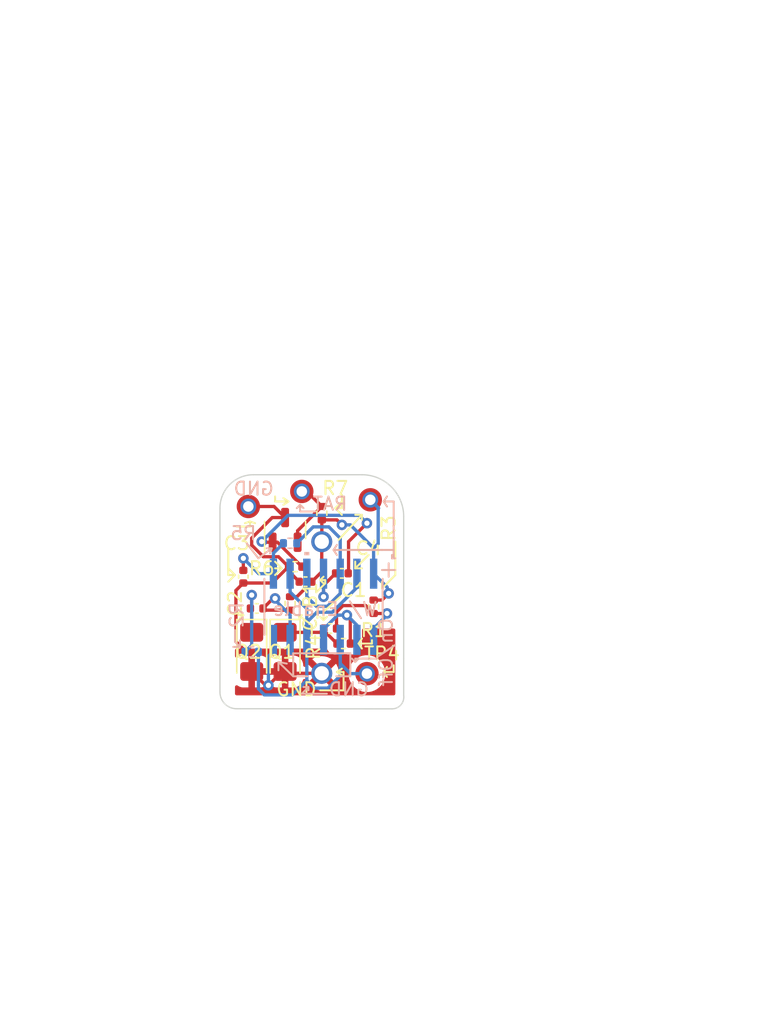
<source format=kicad_pcb>
(kicad_pcb (version 20221018) (generator pcbnew)
  (layers (0 "F.Cu" signal) (31 "B.Cu" signal) (34 "B.Paste" user) (35 "F.Paste" user) (36 "B.SilkS" user "B.Silkscreen") (37 "F.SilkS" user "F.Silkscreen") (38 "B.Mask" user) (39 "F.Mask" user) (44 "Edge.Cuts" user))
  (net 0 "")
  (net 1 "Net-(Q1-C)")
  (net 2 "Net-(C1-Pad2)")
  (net 3 "Net-(C2-Pad2)")
  (net 4 "0")
  (net 5 "Net-(C3-Pad2)")
  (net 6 "Net-(C4-Pad1)")
  (net 7 "Net-(Q3-B)")
  (net 8 "Net-(Q3-C)")
  (net 9 "Net-(R1-Pad1)")
  (net 10 "Net-(R2-Pad2)")
  (net 11 "+3.3V")
  (net 12 "Net-(R5-Pad2)")
  (net 13 "Net-(Q2-C)")
  (footprint "Library:My_Mounting_Hole_V1" (layer "F.Cu") (at 151.384 91.313)
    (fp_text reference "TP3" hide)
    (fp_text value "TestPoint")
    (pad "1" thru_hole circle (at 0 0) (size 1.2 1.2) (drill 0.8) (layers "*.Cu" "*.Mask") (net 4 "0"))
    (pad "1" connect circle (at 0 0) (size 1.2 1.2) (layers "B.Cu" "B.Mask") (net 4 "0"))
    (pad "1" connect circle (at 0 0) (size 1.778 1.778) (layers "F.Cu" "F.Mask") (net 4 "0"))
  )
  (footprint "Library:My_Mounting_Hole_V1" (layer "F.Cu") (at 160.401 104.013)
    (fp_text reference "TP4" (at 1.143 -1.524 180) (layer "F.SilkS"))
    (fp_text value "TestPoint")
    (pad "1" thru_hole circle (at 0 0) (size 1.2 1.2) (drill 0.8) (layers "*.Cu" "*.Mask") (net 10 "Net-(R2-Pad2)"))
    (pad "1" connect circle (at 0 0) (size 1.2 1.2) (layers "B.Cu" "B.Mask") (net 10 "Net-(R2-Pad2)"))
    (pad "1" connect circle (at 0 0) (size 1.778 1.778) (layers "F.Cu" "F.Mask") (net 10 "Net-(R2-Pad2)"))
  )
  (footprint "Package_TO_SOT_SMD:SOT-23" (layer "F.Cu") (at 154.178 93.091 90)
    (fp_text reference "Q3" hide)
    (fp_text value "Q_NPN_BCE")
    (fp_line (start 0 -1.56) (end -1.675 -1.56) (stroke (width 0.12)) (layer "F.SilkS"))
    (fp_line (start 0 -1.56) (end 0.65 -1.56) (stroke (width 0.12)) (layer "F.SilkS"))
    (fp_line (start 0 1.56) (end -0.65 1.56) (stroke (width 0.12)) (layer "F.SilkS"))
    (fp_line (start 0 1.56) (end 0.65 1.56) (stroke (width 0.12)) (layer "F.SilkS"))
    (pad "1" smd roundrect (at -0.9375 -0.95 90) (size 1.475 0.6) (layers "F.Cu" "F.Paste" "F.Mask") (net 7 "Net-(Q3-B)"))
    (pad "2" smd roundrect (at -0.9375 0.95 90) (size 1.475 0.6) (layers "F.Cu" "F.Paste" "F.Mask") (net 8 "Net-(Q3-C)"))
    (pad "3" smd roundrect (at 0.9375 0 90) (size 1.475 0.6) (layers "F.Cu" "F.Paste" "F.Mask") (net 4 "0"))
  )
  (footprint "Diode_SMD:D_1206_3216Metric_Pad1.42x1.75mm_HandSolder" (layer "F.Cu") (at 154.178 102.362 -90)
    (fp_text reference "Q1" (at 0 0.254 -180) (layer "F.SilkS"))
    (fp_text value "Q_Photo_NPN")
    (fp_line (start -2.46 -1.135) (end -2.46 1.135) (stroke (width 0.12)) (layer "F.SilkS"))
    (fp_line (start -2.46 1.135) (end 1.6 1.135) (stroke (width 0.12)) (layer "F.SilkS"))
    (fp_line (start 1.6 -1.135) (end -2.46 -1.135) (stroke (width 0.12)) (layer "F.SilkS"))
    (pad "1" smd roundrect (at -1.4875 0 270) (size 1.425 1.75) (layers "F.Cu" "F.Paste" "F.Mask") (roundrect_rratio 0.1754392982) (net 1 "Net-(Q1-C)"))
    (pad "2" smd roundrect (at 1.4875 0 270) (size 1.425 1.75) (layers "F.Cu" "F.Paste" "F.Mask") (roundrect_rratio 0.1754392982) (net 4 "0"))
  )
  (footprint "Library:My_Mounting_Hole_V1" (layer "F.Cu") (at 155.448 90.17)
    (fp_text reference "TP2" hide)
    (fp_text value "TestPoint")
    (pad "1" thru_hole circle (at 0 0) (size 1.2 1.2) (drill 0.8) (layers "*.Cu" "*.Mask") (net 8 "Net-(Q3-C)"))
    (pad "1" connect circle (at 0 0) (size 1.2 1.2) (layers "B.Cu" "B.Mask") (net 8 "Net-(Q3-C)"))
    (pad "1" connect circle (at 0 0) (size 1.778 1.778) (layers "F.Cu" "F.Mask") (net 8 "Net-(Q3-C)"))
  )
  (footprint "Capacitor_SMD:C_0402_1005Metric" (layer "F.Cu") (at 151.003 96.647 90)
    (fp_text reference "C3" (at 2.54 -0.508 180) (layer "F.SilkS"))
    (fp_text value "1u")
    (fp_line (start -0.107836 -0.36) (end 0.107836 -0.36) (stroke (width 0.12)) (layer "F.SilkS"))
    (fp_line (start -0.107836 0.36) (end 0.107836 0.36) (stroke (width 0.12)) (layer "F.SilkS"))
    (pad "1" smd roundrect (at -0.48 0 90) (size 0.56 0.62) (layers "F.Cu" "F.Paste" "F.Mask") (net 4 "0"))
    (pad "2" smd roundrect (at 0.48 0 90) (size 0.56 0.62) (layers "F.Cu" "F.Paste" "F.Mask") (net 5 "Net-(C3-Pad2)"))
  )
  (footprint "Diode_SMD:D_1206_3216Metric_Pad1.42x1.75mm_HandSolder" (layer "F.Cu") (at 151.638 102.362 -90)
    (fp_text reference "Q2" (at 0 0.254 -180) (layer "F.SilkS"))
    (fp_text value "Q_Photo_NPN")
    (fp_line (start -2.46 -1.135) (end -2.46 1.135) (stroke (width 0.12)) (layer "F.SilkS"))
    (fp_line (start -2.46 1.135) (end 1.6 1.135) (stroke (width 0.12)) (layer "F.SilkS"))
    (fp_line (start 1.6 -1.135) (end -2.46 -1.135) (stroke (width 0.12)) (layer "F.SilkS"))
    (pad "1" smd roundrect (at -1.4875 0 270) (size 1.425 1.75) (layers "F.Cu" "F.Paste" "F.Mask") (roundrect_rratio 0.1754392982) (net 13 "Net-(Q2-C)"))
    (pad "2" smd roundrect (at 1.4875 0 270) (size 1.425 1.75) (layers "F.Cu" "F.Paste" "F.Mask") (roundrect_rratio 0.1754392982) (net 4 "0"))
  )
  (footprint "Capacitor_SMD:C_0402_1005Metric" (layer "F.Cu") (at 158.496 96.393)
    (fp_text reference "C4" (at 2.032 -1.905) (layer "F.SilkS"))
    (fp_text value "10n")
    (fp_line (start -0.107836 -0.36) (end 0.107836 -0.36) (stroke (width 0.12)) (layer "F.SilkS"))
    (fp_line (start -0.107836 0.36) (end 0.107836 0.36) (stroke (width 0.12)) (layer "F.SilkS"))
    (pad "1" smd roundrect (at -0.48 0) (size 0.56 0.62) (layers "F.Cu" "F.Paste" "F.Mask") (net 6 "Net-(C4-Pad1)"))
    (pad "2" smd roundrect (at 0.48 0) (size 0.56 0.62) (layers "F.Cu" "F.Paste" "F.Mask") (net 7 "Net-(Q3-B)"))
  )
  (footprint "Resistor_SMD:R_0402_1005Metric" (layer "F.Cu") (at 154.94 95.885 180)
    (fp_text reference "R6" (at 2.54 -0.127) (layer "F.SilkS"))
    (fp_text value "330k")
    (fp_line (start -0.153641 -0.38) (end 0.153641 -0.38) (stroke (width 0.12)) (layer "F.SilkS"))
    (fp_line (start -0.153641 0.38) (end 0.153641 0.38) (stroke (width 0.12)) (layer "F.SilkS"))
    (pad "1" smd roundrect (at -0.51 0 180) (size 0.54 0.64) (layers "F.Cu" "F.Paste" "F.Mask") (net 7 "Net-(Q3-B)"))
    (pad "2" smd roundrect (at 0.51 0 180) (size 0.54 0.64) (layers "F.Cu" "F.Paste" "F.Mask") (net 4 "0"))
  )
  (footprint "Library:My_Mounting_Hole_V1" (layer "F.Cu") (at 160.655 90.805)
    (fp_text reference "TP1" hide)
    (fp_text value "TestPoint")
    (pad "1" thru_hole circle (at 0 0) (size 1.2 1.2) (drill 0.8) (layers "*.Cu" "*.Mask") (net 11 "+3.3V"))
    (pad "1" connect circle (at 0 0) (size 1.2 1.2) (layers "B.Cu" "B.Mask") (net 11 "+3.3V"))
    (pad "1" connect circle (at 0 0) (size 1.778 1.778) (layers "F.Cu" "F.Mask") (net 11 "+3.3V"))
  )
  (footprint "Resistor_SMD:R_0402_1005Metric" (layer "F.Cu") (at 158.623 101.727 180)
    (fp_text reference "R1" (at -2.286 1.016) (layer "F.SilkS"))
    (fp_text value "82k")
    (fp_line (start -0.153641 -0.38) (end 0.153641 -0.38) (stroke (width 0.12)) (layer "F.SilkS"))
    (fp_line (start -0.153641 0.38) (end 0.153641 0.38) (stroke (width 0.12)) (layer "F.SilkS"))
    (pad "1" smd roundrect (at -0.51 0 180) (size 0.54 0.64) (layers "F.Cu" "F.Paste" "F.Mask") (net 9 "Net-(R1-Pad1)"))
    (pad "2" smd roundrect (at 0.51 0 180) (size 0.54 0.64) (layers "F.Cu" "F.Paste" "F.Mask") (net 1 "Net-(Q1-C)"))
  )
  (footprint "Resistor_SMD:R_0402_1005Metric" (layer "F.Cu") (at 154.559 98.679 -90)
    (fp_text reference "R4" (at 3.302 -1.778 90) (layer "F.SilkS"))
    (fp_text value "2.2M")
    (fp_line (start -0.153641 -0.38) (end 0.153641 -0.38) (stroke (width 0.12)) (layer "F.SilkS"))
    (fp_line (start -0.153641 0.38) (end 0.153641 0.38) (stroke (width 0.12)) (layer "F.SilkS"))
    (pad "1" smd roundrect (at -0.51 0 270) (size 0.54 0.64) (layers "F.Cu" "F.Paste" "F.Mask") (net 11 "+3.3V"))
    (pad "2" smd roundrect (at 0.51 0 270) (size 0.54 0.64) (layers "F.Cu" "F.Paste" "F.Mask") (net 3 "Net-(C2-Pad2)"))
  )
  (footprint "Capacitor_SMD:C_0402_1005Metric" (layer "F.Cu") (at 152.019 99.06)
    (fp_text reference "C2" (at -1.651 -0.381 90) (layer "F.SilkS"))
    (fp_text value "100p")
    (fp_line (start -0.107836 -0.36) (end 0.107836 -0.36) (stroke (width 0.12)) (layer "F.SilkS"))
    (fp_line (start -0.107836 0.36) (end 0.107836 0.36) (stroke (width 0.12)) (layer "F.SilkS"))
    (pad "1" smd roundrect (at -0.48 0) (size 0.56 0.62) (layers "F.Cu" "F.Paste" "F.Mask") (net 13 "Net-(Q2-C)"))
    (pad "2" smd roundrect (at 0.48 0) (size 0.56 0.62) (layers "F.Cu" "F.Paste" "F.Mask") (net 3 "Net-(C2-Pad2)"))
  )
  (footprint "Capacitor_SMD:C_0402_1005Metric" (layer "F.Cu") (at 155.73 97.028 180)
    (fp_text reference "C_B1" (at -0.353 -1.905 90) (layer "F.SilkS"))
    (fp_text value "0.1uF")
    (fp_line (start -0.107836 -0.36) (end 0.107836 -0.36) (stroke (width 0.12)) (layer "F.SilkS"))
    (fp_line (start -0.107836 0.36) (end 0.107836 0.36) (stroke (width 0.12)) (layer "F.SilkS"))
    (pad "1" smd roundrect (at -0.48 0 180) (size 0.56 0.62) (layers "F.Cu" "F.Paste" "F.Mask") (net 11 "+3.3V"))
    (pad "2" smd roundrect (at 0.48 0 180) (size 0.56 0.62) (layers "F.Cu" "F.Paste" "F.Mask") (net 4 "0"))
  )
  (footprint "Resistor_SMD:R_0402_1005Metric" (layer "F.Cu") (at 156.972 91.821 90)
    (fp_text reference "R7" (at 1.905 1.016 180) (layer "F.SilkS"))
    (fp_text value "33k")
    (fp_line (start -0.153641 -0.38) (end 0.153641 -0.38) (stroke (width 0.12)) (layer "F.SilkS"))
    (fp_line (start -0.153641 0.38) (end 0.153641 0.38) (stroke (width 0.12)) (layer "F.SilkS"))
    (pad "1" smd roundrect (at -0.51 0 90) (size 0.54 0.64) (layers "F.Cu" "F.Paste" "F.Mask") (net 11 "+3.3V"))
    (pad "2" smd roundrect (at 0.51 0 90) (size 0.54 0.64) (layers "F.Cu" "F.Paste" "F.Mask") (net 8 "Net-(Q3-C)"))
  )
  (footprint "Capacitor_SMD:C_0402_1005Metric" (layer "F.Cu") (at 157.607 100.584)
    (fp_text reference "C1" (at 1.778 -2.921) (layer "F.SilkS"))
    (fp_text value "100p")
    (fp_line (start -0.107836 -0.36) (end 0.107836 -0.36) (stroke (width 0.12)) (layer "F.SilkS"))
    (fp_line (start -0.107836 0.36) (end 0.107836 0.36) (stroke (width 0.12)) (layer "F.SilkS"))
    (pad "1" smd roundrect (at -0.48 0) (size 0.56 0.62) (layers "F.Cu" "F.Paste" "F.Mask") (net 1 "Net-(Q1-C)"))
    (pad "2" smd roundrect (at 0.48 0) (size 0.56 0.62) (layers "F.Cu" "F.Paste" "F.Mask") (net 2 "Net-(C1-Pad2)"))
  )
  (footprint "Resistor_SMD:R_0402_1005Metric" (layer "F.Cu") (at 160.909 98.933 90)
    (fp_text reference "R3" (at 5.969 1.143 90) (layer "F.SilkS"))
    (fp_text value "2.2M")
    (fp_line (start -0.153641 -0.38) (end 0.153641 -0.38) (stroke (width 0.12)) (layer "F.SilkS"))
    (fp_line (start -0.153641 0.38) (end 0.153641 0.38) (stroke (width 0.12)) (layer "F.SilkS"))
    (pad "1" smd roundrect (at -0.51 0 90) (size 0.54 0.64) (layers "F.Cu" "F.Paste" "F.Mask") (net 2 "Net-(C1-Pad2)"))
    (pad "2" smd roundrect (at 0.51 0 90) (size 0.54 0.64) (layers "F.Cu" "F.Paste" "F.Mask") (net 11 "+3.3V"))
  )
  (footprint "Library:FES_Batt_BR1225A&slash_HBN_PAN" (layer "B.Cu") (at 156.965 93.987595 180)
    (fp_text reference "BT1" hide)
    (fp_text value "Battery_Cell")
    (fp_line (start -2.1717 -10.227005) (end -1.109863 -10.227005) (stroke (width 0.1524)) (layer "B.SilkS"))
    (fp_line (start -2.1717 -8.479827) (end -2.1717 -10.227005) (stroke (width 0.1524)) (layer "B.SilkS"))
    (fp_line (start 1.109863 -10.227005) (end 2.1717 -10.227005) (stroke (width 0.1524)) (layer "B.SilkS"))
    (fp_line (start 2.1717 -10.227005) (end 2.1717 -8.479827) (stroke (width 0.1524)) (layer "B.SilkS"))
    (pad "1" thru_hole circle (at 0 0 180) (size 1.6002 1.6002) (drill 1.0922) (layers "*.Cu" "*.Mask") (net 11 "+3.3V"))
    (pad "2" thru_hole circle (at 0 -10 180) (size 1.6002 1.6002) (drill 1.0922) (layers "*.Cu" "*.Mask") (net 4 "0"))
  )
  (footprint "Library:CD4093" (layer "B.Cu") (at 157.099 98.933 90)
    (fp_text reference "U1" hide)
    (fp_text value "HEF4093B")
    (fp_line (start -2.1209 -4.4958) (end 2.1209 -4.4958) (stroke (width 0.1524)) (layer "B.SilkS"))
    (fp_line (start 2.1209 4.4958) (end -2.1209 4.4958) (stroke (width 0.1524)) (layer "B.SilkS"))
    (fp_poly (pts (xy 4.1656 -1.0795) (xy 4.1656 -1.4605) (xy 3.9116 -1.4605) (xy 3.9116 -1.0795)) (fill solid) (layer "B.SilkS"))
    (pad "1" smd rect (at -2.5146 3.81 90) (size 2.286 0.5588) (layers "B.Cu" "B.Paste" "B.Mask") (net 2 "Net-(C1-Pad2)"))
    (pad "2" smd rect (at -2.5146 2.54 90) (size 2.286 0.5588) (layers "B.Cu" "B.Paste" "B.Mask") (net 9 "Net-(R1-Pad1)"))
    (pad "3" smd rect (at -2.5146 1.27 90) (size 2.286 0.5588) (layers "B.Cu" "B.Paste" "B.Mask") (net 10 "Net-(R2-Pad2)"))
    (pad "4" smd rect (at -2.5146 0 90) (size 2.286 0.5588) (layers "B.Cu" "B.Paste" "B.Mask") (net 9 "Net-(R1-Pad1)"))
    (pad "5" smd rect (at -2.5146 -1.27 90) (size 2.286 0.5588) (layers "B.Cu" "B.Paste" "B.Mask") (net 10 "Net-(R2-Pad2)"))
    (pad "6" smd rect (at -2.5146 -2.54 90) (size 2.286 0.5588) (layers "B.Cu" "B.Paste" "B.Mask") (net 3 "Net-(C2-Pad2)"))
    (pad "7" smd rect (at -2.5146 -3.81 90) (size 2.286 0.5588) (layers "B.Cu" "B.Paste" "B.Mask") (net 4 "0"))
    (pad "8" smd rect (at 2.5146 -3.81 90) (size 2.286 0.5588) (layers "B.Cu" "B.Paste" "B.Mask") (net 5 "Net-(C3-Pad2)"))
    (pad "9" smd rect (at 2.5146 -2.54 90) (size 2.286 0.5588) (layers "B.Cu" "B.Paste" "B.Mask") (net 10 "Net-(R2-Pad2)"))
    (pad "10" smd rect (at 2.5146 -1.27 90) (size 2.286 0.5588) (layers "B.Cu" "B.Paste" "B.Mask") (net 12 "Net-(R5-Pad2)"))
    (pad "11" smd rect (at 2.5146 0 90) (size 2.286 0.5588) (layers "B.Cu" "B.Paste" "B.Mask") (net 6 "Net-(C4-Pad1)"))
    (pad "12" smd rect (at 2.5146 1.27 90) (size 2.286 0.5588) (layers "B.Cu" "B.Paste" "B.Mask") (net 12 "Net-(R5-Pad2)"))
    (pad "13" smd rect (at 2.5146 2.54 90) (size 2.286 0.5588) (layers "B.Cu" "B.Paste" "B.Mask") (net 10 "Net-(R2-Pad2)"))
    (pad "14" smd rect (at 2.5146 3.81 90) (size 2.286 0.5588) (layers "B.Cu" "B.Paste" "B.Mask") (net 11 "+3.3V"))
  )
  (footprint "Resistor_SMD:R_0402_1005Metric" (layer "B.Cu") (at 154.559 94.107)
    (fp_text reference "R5" (at -3.556 -0.762 -360) (layer "B.SilkS") (effects (justify mirror)))
    (fp_text value "180k")
    (fp_line (start -0.153641 -0.38) (end 0.153641 -0.38) (stroke (width 0.12)) (layer "B.SilkS"))
    (fp_line (start -0.153641 0.38) (end 0.153641 0.38) (stroke (width 0.12)) (layer "B.SilkS"))
    (pad "1" smd roundrect (at -0.51 0) (size 0.54 0.64) (layers "B.Cu" "B.Paste" "B.Mask") (net 5 "Net-(C3-Pad2)"))
    (pad "2" smd roundrect (at 0.51 0) (size 0.54 0.64) (layers "B.Cu" "B.Paste" "B.Mask") (net 12 "Net-(R5-Pad2)"))
  )
  (footprint "Resistor_SMD:R_0402_1005Metric" (layer "B.Cu") (at 151.638 102.362)
    (fp_text reference "R2" (at -1.143 -2.794 90) (layer "B.SilkS") (effects (justify mirror)))
    (fp_text value "82k")
    (fp_line (start -0.153641 -0.38) (end 0.153641 -0.38) (stroke (width 0.12)) (layer "B.SilkS"))
    (fp_line (start -0.153641 0.38) (end 0.153641 0.38) (stroke (width 0.12)) (layer "B.SilkS"))
    (pad "1" smd roundrect (at -0.51 0) (size 0.54 0.64) (layers "B.Cu" "B.Paste" "B.Mask") (net 13 "Net-(Q2-C)"))
    (pad "2" smd roundrect (at 0.51 0) (size 0.54 0.64) (layers "B.Cu" "B.Paste" "B.Mask") (net 10 "Net-(R2-Pad2)"))
  )
  (gr_line (start 154.7933 104.2146) (end 153.67 103.124) (stroke (width 0.15)) (layer "B.SilkS"))
  (gr_line (start 155.321 91.44) (end 155.321 91.694) (stroke (width 0.15)) (layer "B.SilkS"))
  (gr_line (start 155.321 91.186) (end 155.575 91.44) (stroke (width 0.15)) (layer "B.SilkS"))
  (gr_line (start 157.861 94.615) (end 161.544 94.615) (stroke (width 0.15)) (layer "B.SilkS"))
  (gr_line (start 161.544 96.139) (end 162.56 96.139) (stroke (width 0.15)) (layer "B.SilkS"))
  (gr_line (start 153.162 94.488) (end 153.035 94.869) (stroke (width 0.15)) (layer "B.SilkS"))
  (gr_line (start 162.433 94.615) (end 162.433 95.123) (stroke (width 0.15)) (layer "B.SilkS"))
  (gr_line (start 157.861 94.615) (end 158.115 94.996) (stroke (width 0.15)) (layer "B.SilkS"))
  (gr_line (start 150.749 101.981) (end 150.749 101.473) (stroke (width 0.15)) (layer "B.SilkS"))
  (gr_line (start 162.433 95.123) (end 162.306 95.25) (stroke (width 0.15)) (layer "B.SilkS"))
  (gr_line (start 159.512 102.997) (end 159.512 103.124) (stroke (width 0.15)) (layer "B.SilkS"))
  (gr_line (start 162.433 90.932) (end 161.671 90.932) (stroke (width 0.15)) (layer "B.SilkS"))
  (gr_line (start 150.368 101.6) (end 150.749 101.981) (stroke (width 0.15)) (layer "B.SilkS"))
  (gr_line (start 151.257 94.107) (end 152.146 95.25) (stroke (width 0.15)) (layer "B.SilkS"))
  (gr_line (start 155.321 91.44) (end 155.321 91.186) (stroke (width 0.15)) (layer "B.SilkS"))
  (gr_line (start 157.861 94.615) (end 158.115 94.234) (stroke (width 0.15)) (layer "B.SilkS"))
  (gr_line (start 155.448 105.537) (end 155.956 105.029) (stroke (width 0.15)) (layer "B.SilkS"))
  (gr_line (start 155.956 105.029) (end 155.575 105.029) (stroke (width 0.15)) (layer "B.SilkS"))
  (gr_line (start 153.67 103.124) (end 154.305 103.251) (stroke (width 0.15)) (layer "B.SilkS"))
  (gr_line (start 162.306 95.25) (end 162.306 94.996) (stroke (width 0.15)) (layer "B.SilkS"))
  (gr_line (start 162.433 94.615) (end 162.433 90.932) (stroke (width 0.15)) (layer "B.SilkS"))
  (gr_line (start 161.544 94.615) (end 162.433 94.615) (stroke (width 0.15)) (layer "B.SilkS"))
  (gr_line (start 155.321 91.694) (end 156.464 91.694) (stroke (width 0.15)) (layer "B.SilkS"))
  (gr_line (start 161.671 90.932) (end 161.925 91.313) (stroke (width 0.15)) (layer "B.SilkS"))
  (gr_line (start 157.353 105.537) (end 155.448 105.537) (stroke (width 0.15)) (layer "B.SilkS"))
  (gr_line (start 162.052 95.631) (end 162.052 96.647) (stroke (width 0.15)) (layer "B.SilkS"))
  (gr_line (start 152.146 95.25) (end 153.162 94.488) (stroke (width 0.15)) (layer "B.SilkS"))
  (gr_line (start 159.512 103.124) (end 159.766 102.87) (stroke (width 0.15)) (layer "B.SilkS"))
  (gr_line (start 150.368 100.711) (end 150.368 101.6) (stroke (width 0.15)) (layer "B.SilkS"))
  (gr_line (start 162.306 95.25) (end 162.56 95.25) (stroke (width 0.15)) (layer "B.SilkS"))
  (gr_line (start 159.512 102.87) (end 161.163 102.87) (stroke (width 0.15)) (layer "B.SilkS"))
  (gr_line (start 159.512 103.124) (end 159.258 102.87) (stroke (width 0.15)) (layer "B.SilkS"))
  (gr_line (start 153.67 103.124) (end 153.67 103.759) (stroke (width 0.15)) (layer "B.SilkS"))
  (gr_line (start 154.7933 102.467422) (end 159.1367 102.467422) (stroke (width 0.15)) (layer "B.SilkS"))
  (gr_line (start 150.749 101.981) (end 150.241 101.981) (stroke (width 0.15)) (layer "B.SilkS"))
  (gr_line (start 161.671 90.932) (end 161.925 90.551) (stroke (width 0.15)) (layer "B.SilkS"))
  (gr_line (start 155.956 105.029) (end 155.956 105.283) (stroke (width 0.15)) (layer "B.SilkS"))
  (gr_line (start 155.321 91.186) (end 155.067 91.44) (stroke (width 0.15)) (layer "B.SilkS"))
  (gr_line (start 153.162 94.488) (end 152.781 94.488) (stroke (width 0.15)) (layer "B.SilkS"))
  (gr_line (start 159.512 102.997) (end 159.512 102.87) (stroke (width 0.15)) (layer "B.SilkS"))
  (gr_line (start 156.21 101.092) (end 156.21 100.33) (stroke (width 0.15)) (layer "F.SilkS"))
  (gr_line (start 156.21 100.33) (end 155.194 99.568) (stroke (width 0.15)) (layer "F.SilkS"))
  (gr_line (start 150.622 99.568) (end 151.003 99.568) (stroke (width 0.15)) (layer "F.SilkS"))
  (gr_line (start 153.416 90.551) (end 153.416 90.932) (stroke (width 0.15)) (layer "F.SilkS"))
  (gr_line (start 157.099 99.949) (end 156.845 99.695) (stroke (width 0.15)) (layer "F.SilkS"))
  (gr_line (start 158.242 93.853) (end 160.02 91.948) (stroke (width 0.15)) (layer "F.SilkS"))
  (gr_line (start 159.512 96.012) (end 159.512 95.504) (stroke (width 0.15)) (layer "F.SilkS"))
  (gr_line (start 160.782 101.473) (end 160.782 101.727) (stroke (width 0.15)) (layer "F.SilkS"))
  (gr_line (start 151.511 92.837) (end 151.511 92.456) (stroke (width 0.15)) (layer "F.SilkS"))
  (gr_line (start 157.226 97.155) (end 157.226 96.901) (stroke (width 0.15)) (layer "F.SilkS"))
  (gr_line (start 162.56 93.98) (end 162.56 96.52) (stroke (width 0.15)) (layer "F.SilkS"))
  (gr_line (start 158.496 90.424) (end 158.496 91.44) (stroke (width 0.15)) (layer "F.SilkS"))
  (gr_line (start 151.003 99.568) (end 150.749 99.822) (stroke (width 0.15)) (layer "F.SilkS"))
  (gr_line (start 158.115 103.886) (end 158.496 104.14) (stroke (width 0.15)) (layer "F.SilkS"))
  (gr_line (start 156.845 96.901) (end 157.099 96.647) (stroke (width 0.15)) (layer "F.SilkS"))
  (gr_line (start 157.988 91.44) (end 158.496 90.932) (stroke (width 0.15)) (layer "F.SilkS"))
  (gr_line (start 153.924 96.012) (end 153.416 96.52) (stroke (width 0.15)) (layer "F.SilkS"))
  (gr_line (start 161.671 103.886) (end 161.925 104.267) (stroke (width 0.15)) (layer "F.SilkS"))
  (gr_line (start 150.495 92.837) (end 151.511 92.837) (stroke (width 0.15)) (layer "F.SilkS"))
  (gr_line (start 151.003 99.568) (end 150.749 99.314) (stroke (width 0.15)) (layer "F.SilkS"))
  (gr_line (start 158.623 105.283) (end 158.623 103.886) (stroke (width 0.15)) (layer "F.SilkS"))
  (gr_line (start 158.115 103.886) (end 158.496 103.632) (stroke (width 0.15)) (layer "F.SilkS"))
  (gr_line (start 155.194 99.568) (end 155.313 99.902) (stroke (width 0.15)) (layer "F.SilkS"))
  (gr_line (start 150.368 96.52) (end 149.86 96.012) (stroke (width 0.15)) (layer "F.SilkS"))
  (gr_line (start 162.433 103.886) (end 161.671 103.886) (stroke (width 0.15)) (layer "F.SilkS"))
  (gr_line (start 162.56 96.52) (end 161.544 97.536) (stroke (width 0.15)) (layer "F.SilkS"))
  (gr_line (start 159.766 101.727) (end 160.02 102.108) (stroke (width 0.15)) (layer "F.SilkS"))
  (gr_line (start 159.512 96.012) (end 160.02 96.012) (stroke (width 0.15)) (layer "F.SilkS"))
  (gr_line (start 158.496 91.44) (end 157.988 91.44) (stroke (width 0.15)) (layer "F.SilkS"))
  (gr_line (start 153.924 96.012) (end 153.416 95.504) (stroke (width 0.15)) (layer "F.SilkS"))
  (gr_line (start 160.02 91.948) (end 160.02 92.329) (stroke (width 0.15)) (layer "F.SilkS"))
  (gr_line (start 161.671 103.886) (end 161.925 103.505) (stroke (width 0.15)) (layer "F.SilkS"))
  (gr_line (start 158.623 103.886) (end 158.115 103.886) (stroke (width 0.15)) (layer "F.SilkS"))
  (gr_line (start 155.194 99.568) (end 155.448 99.568) (stroke (width 0.15)) (layer "F.SilkS"))
  (gr_line (start 160.782 101.727) (end 159.766 101.727) (stroke (width 0.15)) (layer "F.SilkS"))
  (gr_line (start 156.845 105.283) (end 158.623 105.283) (stroke (width 0.15)) (layer "F.SilkS"))
  (gr_line (start 160.02 91.948) (end 159.512 91.948) (stroke (width 0.15)) (layer "F.SilkS"))
  (gr_line (start 151.511 92.456) (end 151.892 92.583) (stroke (width 0.15)) (layer "F.SilkS"))
  (gr_line (start 159.766 101.727) (end 160.02 101.346) (stroke (width 0.15)) (layer "F.SilkS"))
  (gr_line (start 156.845 96.901) (end 157.099 97.155) (stroke (width 0.15)) (layer "F.SilkS"))
  (gr_line (start 162.433 103.378) (end 162.433 103.886) (stroke (width 0.15)) (layer "F.SilkS"))
  (gr_line (start 153.416 96.012) (end 153.924 96.012) (stroke (width 0.15)) (layer "F.SilkS"))
  (gr_line (start 157.099 99.314) (end 157.099 99.949) (stroke (width 0.15)) (layer "F.SilkS"))
  (gr_line (start 157.226 96.901) (end 156.845 96.901) (stroke (width 0.15)) (layer "F.SilkS"))
  (gr_line (start 156.591 97.79) (end 157.226 97.155) (stroke (width 0.15)) (layer "F.SilkS"))
  (gr_line (start 154.432 90.932) (end 154.051 90.678) (stroke (width 0.15)) (layer "F.SilkS"))
  (gr_line (start 150.368 96.52) (end 149.86 97.028) (stroke (width 0.15)) (layer "F.SilkS"))
  (gr_line (start 161.544 97.536) (end 161.544 97.028) (stroke (width 0.15)) (layer "F.SilkS"))
  (gr_line (start 149.86 96.52) (end 150.368 96.52) (stroke (width 0.15)) (layer "F.SilkS"))
  (gr_line (start 149.86 94.488) (end 149.86 96.52) (stroke (width 0.15)) (layer "F.SilkS"))
  (gr_line (start 153.416 90.932) (end 154.432 90.932) (stroke (width 0.15)) (layer "F.SilkS"))
  (gr_line (start 158.369 98.171) (end 157.099 99.314) (stroke (width 0.15)) (layer "F.SilkS"))
  (gr_line (start 154.432 90.932) (end 154.051 91.186) (stroke (width 0.15)) (layer "F.SilkS"))
  (gr_line (start 157.099 99.949) (end 157.353 99.695) (stroke (width 0.15)) (layer "F.SilkS"))
  (gr_line (start 160.528 94.996) (end 159.512 96.012) (stroke (width 0.15)) (layer "F.SilkS"))
  (gr_line (start 157.988 91.44) (end 158.496 91.948) (stroke (width 0.15)) (layer "F.SilkS"))
  (gr_line (start 151.511 92.456) (end 151.13 92.583) (stroke (width 0.15)) (layer "F.SilkS"))
  (gr_line (start 163.195 92.075) (end 163.195 102.87) (stroke (width 0.1)) (layer "Edge.Cuts"))
  (gr_arc (start 150.495 106.68) (mid 149.596974 106.308026) (end 149.225 105.41) (stroke (width 0.1)) (layer "Edge.Cuts"))
  (gr_line (start 162.306 106.689025) (end 150.495 106.68) (stroke (width 0.1)) (layer "Edge.Cuts"))
  (gr_arc (start 163.194999 105.664) (mid 162.984416 106.379387) (end 162.306 106.689025) (stroke (width 0.1)) (layer "Edge.Cuts"))
  (gr_line (start 163.195 102.87) (end 163.194999 105.664) (stroke (width 0.1)) (layer "Edge.Cuts"))
  (gr_arc (start 160.02 88.9) (mid 162.265064 89.829936) (end 163.195 92.075) (stroke (width 0.1)) (layer "Edge.Cuts"))
  (gr_line (start 149.225 105.41) (end 149.225 102.87) (stroke (width 0.1)) (layer "Edge.Cuts"))
  (gr_line (start 160.02 88.9) (end 151.765 88.9) (stroke (width 0.1)) (layer "Edge.Cuts"))
  (gr_line (start 149.225 91.44) (end 149.225 102.87) (stroke (width 0.1)) (layer "Edge.Cuts"))
  (gr_arc (start 149.225 91.44) (mid 149.968949 89.643949) (end 151.765 88.9) (stroke (width 0.1)) (layer "Edge.Cuts"))
  (gr_text "W/ Enable" (at 161.29 99.695) (layer "B.SilkS") (effects (font (size 1 1)) (justify left bottom mirror)))
  (gr_text "GND" (at 160.655 105.791) (layer "B.SilkS") (effects (font (size 1 1)) (justify left bottom mirror)))
  (gr_text "RAT" (at 159.004 91.694) (layer "B.SilkS") (effects (font (size 1 1)) (justify left bottom mirror)))
  (gr_text "On/Off" (at 162.433 99.695 90) (layer "B.SilkS") (effects (font (size 1 1)) (justify left bottom mirror)))
  (gr_text "GND" (at 153.416 90.551) (layer "B.SilkS") (effects (font (size 1 1)) (justify left bottom mirror)))
  (gr_text "GND" (at 153.416 105.791) (layer "F.SilkS") (effects (font (size 1 1)) (justify left bottom)))
  (segment (start 154.178 100.8745) (end 156.8365 100.8745) (width 0.25) (layer "F.Cu") (net 1))
  (segment (start 156.8365 100.8745) (end 157.127 100.584) (width 0.25) (layer "F.Cu") (net 1))
  (segment (start 158.113 101.727) (end 157.127 100.741) (width 0.25) (layer "F.Cu") (net 1))
  (segment (start 157.127 100.741) (end 157.127 100.584) (width 0.25) (layer "F.Cu") (net 1))
  (segment (start 158.576695 98.843) (end 160.309 98.843) (width 0.25) (layer "F.Cu") (net 2))
  (segment (start 160.909 99.443) (end 161.923 99.443) (width 0.25) (layer "F.Cu") (net 2))
  (segment (start 158.087 99.332695) (end 158.576695 98.843) (width 0.25) (layer "F.Cu") (net 2))
  (segment (start 160.309 98.843) (end 160.909 99.443) (width 0.25) (layer "F.Cu") (net 2))
  (segment (start 158.087 100.584) (end 158.087 99.332695) (width 0.25) (layer "F.Cu") (net 2))
  (segment (start 161.923 99.443) (end 161.925 99.441) (width 0.25) (layer "F.Cu") (net 2))
  (via (at 161.925 99.441) (size 0.8) (drill 0.4) (layers "F.Cu" "B.Cu") (net 2))
  (segment (start 161.925 99.568) (end 161.925 99.441) (width 0.25) (layer "B.Cu") (net 2))
  (segment (start 160.909 100.584) (end 161.925 99.568) (width 0.25) (layer "B.Cu") (net 2))
  (segment (start 161.925 99.441) (end 162.052 99.441) (width 0.25) (layer "B.Cu") (net 2))
  (segment (start 162.052 99.441) (end 162.052 99.441) (width 0.25) (layer "B.Cu") (net 2))
  (segment (start 160.909 101.4476) (end 160.909 100.584) (width 0.25) (layer "B.Cu") (net 2))
  (segment (start 153.416 98.298) (end 153.261 98.298) (width 0.25) (layer "F.Cu") (net 3))
  (segment (start 152.628 99.189) (end 152.499 99.06) (width 0.25) (layer "F.Cu") (net 3))
  (segment (start 153.261 98.298) (end 152.499 99.06) (width 0.25) (layer "F.Cu") (net 3))
  (segment (start 154.559 99.189) (end 152.628 99.189) (width 0.25) (layer "F.Cu") (net 3))
  (via (at 153.416 98.298) (size 0.8) (drill 0.4) (layers "F.Cu" "B.Cu") (net 3))
  (segment (start 153.289 98.298) (end 153.289 98.298) (width 0.25) (layer "B.Cu") (net 3))
  (segment (start 154.559 99.568) (end 153.416 98.425) (width 0.25) (layer "B.Cu") (net 3))
  (segment (start 154.559 101.4476) (end 154.559 99.568) (width 0.25) (layer "B.Cu") (net 3))
  (segment (start 153.416 98.425) (end 153.416 98.298) (width 0.25) (layer "B.Cu") (net 3))
  (segment (start 153.416 98.298) (end 153.289 98.298) (width 0.25) (layer "B.Cu") (net 3))
  (segment (start 151.638 94.243305) (end 151.638 93.716695) (width 0.25) (layer "F.Cu") (net 4))
  (segment (start 151.384 91.313) (end 153.3375 91.313) (width 0.25) (layer "F.Cu") (net 4))
  (segment (start 152.6905 104.902) (end 151.638 103.8495) (width 0.25) (layer "F.Cu") (net 4))
  (segment (start 153.201195 92.1535) (end 154.178 92.1535) (width 0.25) (layer "F.Cu") (net 4))
  (segment (start 150.438 97.692) (end 150.438 101.575172) (width 0.25) (layer "F.Cu") (net 4))
  (segment (start 153.675305 95.130305) (end 154.43 95.885) (width 0.25) (layer "F.Cu") (net 4))
  (segment (start 152.525 95.130305) (end 153.675305 95.130305) (width 0.25) (layer "F.Cu") (net 4))
  (segment (start 151.638 102.775172) (end 151.638 103.8495) (width 0.25) (layer "F.Cu") (net 4))
  (segment (start 151.003 97.127) (end 150.438 97.692) (width 0.25) (layer "F.Cu") (net 4))
  (segment (start 154.178 103.8495) (end 153.9605 103.8495) (width 0.25) (layer "F.Cu") (net 4))
  (segment (start 153.3375 91.313) (end 154.178 92.1535) (width 0.25) (layer "F.Cu") (net 4))
  (segment (start 152.525 95.130305) (end 151.638 94.243305) (width 0.25) (layer "F.Cu") (net 4))
  (segment (start 154.316095 103.987595) (end 156.965 103.987595) (width 0.25) (layer "F.Cu") (net 4))
  (segment (start 154.43 95.885) (end 153.188 97.127) (width 0.25) (layer "F.Cu") (net 4))
  (segment (start 150.438 101.575172) (end 151.638 102.775172) (width 0.25) (layer "F.Cu") (net 4))
  (segment (start 154.43 95.885) (end 154.43 96.208) (width 0.25) (layer "F.Cu") (net 4))
  (segment (start 151.638 93.716695) (end 153.201195 92.1535) (width 0.25) (layer "F.Cu") (net 4))
  (segment (start 154.178 103.8495) (end 154.316095 103.987595) (width 0.25) (layer "F.Cu") (net 4))
  (segment (start 153.188 97.127) (end 151.003 97.127) (width 0.25) (layer "F.Cu") (net 4))
  (segment (start 152.908 104.902) (end 152.6905 104.902) (width 0.25) (layer "F.Cu") (net 4))
  (segment (start 154.43 96.208) (end 155.25 97.028) (width 0.25) (layer "F.Cu") (net 4))
  (segment (start 153.9605 103.8495) (end 152.908 104.902) (width 0.25) (layer "F.Cu") (net 4))
  (via (at 152.908 104.902) (size 0.8) (drill 0.4) (layers "F.Cu" "B.Cu") (net 4))
  (segment (start 153.289 101.4476) (end 153.289 102.3112) (width 0.25) (layer "B.Cu") (net 4))
  (segment (start 153.289 102.3112) (end 152.908 102.6922) (width 0.25) (layer "B.Cu") (net 4))
  (segment (start 152.908 102.6922) (end 152.908 104.902) (width 0.25) (layer "B.Cu") (net 4))
  (segment (start 152.908 104.902) (end 152.908 105.029) (width 0.25) (layer "B.Cu") (net 4))
  (segment (start 151.003 96.167) (end 151.003 95.25) (width 0.25) (layer "F.Cu") (net 5))
  (via (at 151.003 95.25) (size 0.8) (drill 0.4) (layers "F.Cu" "B.Cu") (net 5))
  (segment (start 153.289 94.867) (end 153.289 96.4184) (width 0.25) (layer "B.Cu") (net 5))
  (segment (start 152.1714 96.4184) (end 153.289 96.4184) (width 0.25) (layer "B.Cu") (net 5))
  (segment (start 154.049 94.107) (end 153.289 94.867) (width 0.25) (layer "B.Cu") (net 5))
  (segment (start 151.003 95.25) (end 152.1714 96.4184) (width 0.25) (layer "B.Cu") (net 5))
  (segment (start 157.099 98.171) (end 157.099 98.298) (width 0.25) (layer "F.Cu") (net 6))
  (segment (start 157.099 98.171) (end 157.099 97.31) (width 0.25) (layer "F.Cu") (net 6))
  (segment (start 157.099 97.31) (end 158.016 96.393) (width 0.25) (layer "F.Cu") (net 6))
  (via (at 157.099 98.171) (size 0.8) (drill 0.4) (layers "F.Cu" "B.Cu") (net 6))
  (segment (start 157.099 98.171) (end 157.099 96.4184) (width 0.25) (layer "B.Cu") (net 6))
  (segment (start 158.976 96.393) (end 158.976 96.385391) (width 0.25) (layer "F.Cu") (net 7))
  (segment (start 155.45 95.885) (end 153.5935 94.0285) (width 0.25) (layer "F.Cu") (net 7))
  (segment (start 160.401 92.583) (end 159.004 93.98) (width 0.25) (layer "F.Cu") (net 7))
  (segment (start 153.228 94.0285) (end 152.527 94.0285) (width 0.25) (layer "F.Cu") (net 7))
  (segment (start 159.004 96.357391) (end 159.004 93.98) (width 0.25) (layer "F.Cu") (net 7))
  (segment (start 152.527 94.0285) (end 152.4 93.98) (width 0.25) (layer "F.Cu") (net 7))
  (segment (start 152.43 94.0285) (end 152.4785 94.0285) (width 0.25) (layer "F.Cu") (net 7))
  (segment (start 153.5935 94.0285) (end 153.228 94.0285) (width 0.25) (layer "F.Cu") (net 7))
  (segment (start 158.976 96.385391) (end 159.004 96.357391) (width 0.25) (layer "F.Cu") (net 7))
  (segment (start 152.4 93.98) (end 152.43 94.0285) (width 0.25) (layer "F.Cu") (net 7))
  (via (at 152.4 93.98) (size 0.8) (drill 0.4) (layers "F.Cu" "B.Cu") (net 7))
  (via (at 160.401 92.583) (size 0.8) (drill 0.4) (layers "F.Cu" "B.Cu") (net 7))
  (segment (start 152.4 93.98) (end 154.395 91.985) (width 0.25) (layer "B.Cu") (net 7))
  (segment (start 159.422 91.985) (end 159.803 91.985) (width 0.25) (layer "B.Cu") (net 7))
  (segment (start 154.395 91.985) (end 159.422 91.985) (width 0.25) (layer "B.Cu") (net 7))
  (segment (start 159.803 91.985) (end 160.401 92.583) (width 0.25) (layer "B.Cu") (net 7))
  (segment (start 155.831 90.17) (end 156.972 91.311) (width 0.25) (layer "F.Cu") (net 8))
  (segment (start 155.448 90.17) (end 155.831 90.17) (width 0.25) (layer "F.Cu") (net 8))
  (segment (start 156.972 91.311) (end 155.128 93.155) (width 0.25) (layer "F.Cu") (net 8))
  (segment (start 155.128 93.155) (end 155.128 94.0285) (width 0.25) (layer "F.Cu") (net 8))
  (segment (start 159.133 99.824) (end 158.877 99.568) (width 0.25) (layer "F.Cu") (net 9))
  (segment (start 159.133 101.727) (end 159.133 99.824) (width 0.25) (layer "F.Cu") (net 9))
  (via (at 158.877 99.568) (size 0.8) (drill 0.4) (layers "F.Cu" "B.Cu") (net 9))
  (segment (start 159.639 101.4476) (end 159.639 100.33) (width 0.25) (layer "B.Cu") (net 9))
  (segment (start 157.099 100.6452) (end 158.1762 99.568) (width 0.25) (layer "B.Cu") (net 9))
  (segment (start 157.099 101.4476) (end 157.099 100.6452) (width 0.25) (layer "B.Cu") (net 9))
  (segment (start 159.639 100.33) (end 158.877 99.568) (width 0.25) (layer "B.Cu") (net 9))
  (segment (start 158.1762 99.568) (end 158.877 99.568) (width 0.25) (layer "B.Cu") (net 9))
  (segment (start 158.369 104.174727) (end 157.431032 105.112695) (width 0.25) (layer "B.Cu") (net 10))
  (segment (start 156.591 99.346) (end 157.761804 99.346) (width 0.25) (layer "B.Cu") (net 10))
  (segment (start 152.607695 105.627) (end 154.723 105.627) (width 0.25) (layer "B.Cu") (net 10))
  (segment (start 154.723 105.627) (end 155.829 104.521) (width 0.25) (layer "B.Cu") (net 10))
  (segment (start 152.148 102.362) (end 152.148 105.167305) (width 0.25) (layer "B.Cu") (net 10))
  (segment (start 154.559 97.8114) (end 154.559 96.4184) (width 0.25) (layer "B.Cu") (net 10))
  (segment (start 154.559 97.8114) (end 155.829 99.0814) (width 0.25) (layer "B.Cu") (net 10))
  (segment (start 158.369 101.4476) (end 158.369 104.174727) (width 0.25) (layer "B.Cu") (net 10))
  (segment (start 155.829 99.0814) (end 155.829 101.4476) (width 0.25) (layer "B.Cu") (net 10))
  (segment (start 157.761804 99.346) (end 159.639 97.468804) (width 0.25) (layer "B.Cu") (net 10))
  (segment (start 157.431032 105.112695) (end 156.420695 105.112695) (width 0.25) (layer "B.Cu") (net 10))
  (segment (start 155.829 104.521) (end 155.829 101.4476) (width 0.25) (layer "B.Cu") (net 10))
  (segment (start 159.143765 104.013) (end 158.369 103.238235) (width 0.25) (layer "B.Cu") (net 10))
  (segment (start 155.829 100.108) (end 156.591 99.346) (width 0.25) (layer "B.Cu") (net 10))
  (segment (start 159.639 97.468804) (end 159.639 96.4184) (width 0.25) (layer "B.Cu") (net 10))
  (segment (start 158.369 103.238235) (end 158.369 101.4476) (width 0.25) (layer "B.Cu") (net 10))
  (segment (start 160.401 104.013) (end 159.143765 104.013) (width 0.25) (layer "B.Cu") (net 10))
  (segment (start 155.829 101.4476) (end 155.829 100.108) (width 0.25) (layer "B.Cu") (net 10))
  (segment (start 152.148 105.167305) (end 152.607695 105.627) (width 0.25) (layer "B.Cu") (net 10))
  (segment (start 156.420695 105.112695) (end 155.829 104.521) (width 0.25) (layer "B.Cu") (net 10))
  (segment (start 160.909 98.423) (end 161.546 98.423) (width 0.25) (layer "F.Cu") (net 11))
  (segment (start 156.972 93.980595) (end 156.965 93.987595) (width 0.25) (layer "F.Cu") (net 11))
  (segment (start 156.21 97.035609) (end 156.21 97.028) (width 0.25) (layer "F.Cu") (net 11))
  (segment (start 156.965 96.273) (end 156.21 97.028) (width 0.25) (layer "F.Cu") (net 11))
  (segment (start 161.546 98.423) (end 162.052 97.917) (width 0.25) (layer "F.Cu") (net 11))
  (segment (start 158.117 92.331) (end 158.496 92.71) (width 0.25) (layer "F.Cu") (net 11))
  (segment (start 156.972 92.331) (end 156.972 93.980595) (width 0.25) (layer "F.Cu") (net 11))
  (segment (start 156.965 93.987595) (end 156.965 96.273) (width 0.25) (layer "F.Cu") (net 11))
  (segment (start 154.559 98.169) (end 155.076609 98.169) (width 0.25) (layer "F.Cu") (net 11))
  (segment (start 154.559 98.169) (end 154.559 98.072) (width 0.25) (layer "F.Cu") (net 11))
  (segment (start 155.076609 98.169) (end 156.21 97.035609) (width 0.25) (layer "F.Cu") (net 11))
  (segment (start 156.972 92.331) (end 158.117 92.331) (width 0.25) (layer "F.Cu") (net 11))
  (via (at 158.496 92.71) (size 0.8) (drill 0.4) (layers "F.Cu" "B.Cu") (net 11))
  (via (at 162.052 97.917) (size 0.8) (drill 0.4) (layers "F.Cu" "B.Cu") (net 11))
  (segment (start 160.909 94.478695) (end 161.255 94.132695) (width 0.25) (layer "B.Cu") (net 11))
  (segment (start 161.925 97.4344) (end 162.052 97.917) (width 0.25) (layer "B.Cu") (net 11))
  (segment (start 159.140305 92.71) (end 158.496 92.71) (width 0.25) (layer "B.Cu") (net 11))
  (segment (start 161.255 94.132695) (end 161.255 91.405) (width 0.25) (layer "B.Cu") (net 11))
  (segment (start 160.909 96.4184) (end 160.909 94.478695) (width 0.25) (layer "B.Cu") (net 11))
  (segment (start 160.909 96.4184) (end 161.925 97.4344) (width 0.25) (layer "B.Cu") (net 11))
  (segment (start 160.909 94.478695) (end 159.140305 92.71) (width 0.25) (layer "B.Cu") (net 11))
  (segment (start 156.965 93.987595) (end 156.329405 93.987595) (width 0.25) (layer "B.Cu") (net 11))
  (segment (start 162.052 97.917) (end 161.925 97.917) (width 0.25) (layer "B.Cu") (net 11))
  (segment (start 161.255 91.405) (end 160.655 90.805) (width 0.25) (layer "B.Cu") (net 11))
  (segment (start 161.29 91.44) (end 160.655 90.805) (width 0.25) (layer "B.Cu") (net 11))
  (segment (start 157.505495 92.862495) (end 158.369 93.726) (width 0.25) (layer "B.Cu") (net 12))
  (segment (start 155.069 94.107) (end 156.313505 92.862495) (width 0.25) (layer "B.Cu") (net 12))
  (segment (start 156.313505 92.862495) (end 157.505495 92.862495) (width 0.25) (layer "B.Cu") (net 12))
  (segment (start 158.369 96.4184) (end 158.369 97.926305) (width 0.25) (layer "B.Cu") (net 12))
  (segment (start 158.369 93.726) (end 158.369 96.4184) (width 0.25) (layer "B.Cu") (net 12))
  (segment (start 155.829 98.171) (end 155.829 96.4184) (width 0.25) (layer "B.Cu") (net 12))
  (segment (start 157.399305 98.896) (end 156.554 98.896) (width 0.25) (layer "B.Cu") (net 12))
  (segment (start 158.369 97.926305) (end 157.399305 98.896) (width 0.25) (layer "B.Cu") (net 12))
  (segment (start 156.554 98.896) (end 155.829 98.171) (width 0.25) (layer "B.Cu") (net 12))
  (segment (start 151.638 99.159) (end 151.539 99.06) (width 0.25) (layer "F.Cu") (net 13))
  (segment (start 151.638 98.961) (end 151.539 99.06) (width 0.25) (layer "F.Cu") (net 13))
  (segment (start 151.638 98.044) (end 151.638 98.961) (width 0.25) (layer "F.Cu") (net 13))
  (segment (start 151.638 100.8745) (end 151.638 99.159) (width 0.25) (layer "F.Cu") (net 13))
  (via (at 151.638 98.044) (size 0.8) (drill 0.4) (layers "F.Cu" "B.Cu") (net 13))
  (segment (start 151.128 102.362) (end 151.638 101.852) (width 0.25) (layer "B.Cu") (net 13))
  (segment (start 151.638 101.852) (end 151.638 98.044) (width 0.25) (layer "B.Cu") (net 13))
  (zone (net 4) (net_name "0") (layer "F.Cu") (connect_pads (clearance 0.508)) (min_thickness 0.25) (fill yes (thermal_gap 0.5) (thermal_bridge_width 0.5))
    (polygon (pts (xy 150.368 105.664) (xy 150.368 102.108) (xy 160.02 102.108) (xy 160.02 100.584) (xy 162.56 100.584) (xy 162.56 105.664)))
  )
)
</source>
